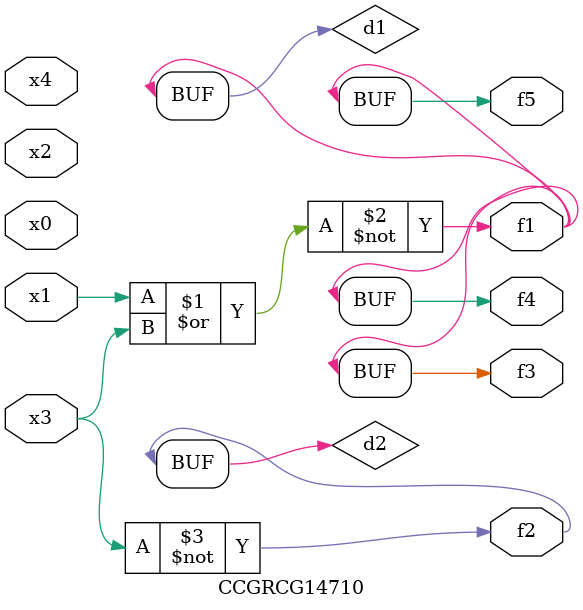
<source format=v>
module CCGRCG14710(
	input x0, x1, x2, x3, x4,
	output f1, f2, f3, f4, f5
);

	wire d1, d2;

	nor (d1, x1, x3);
	not (d2, x3);
	assign f1 = d1;
	assign f2 = d2;
	assign f3 = d1;
	assign f4 = d1;
	assign f5 = d1;
endmodule

</source>
